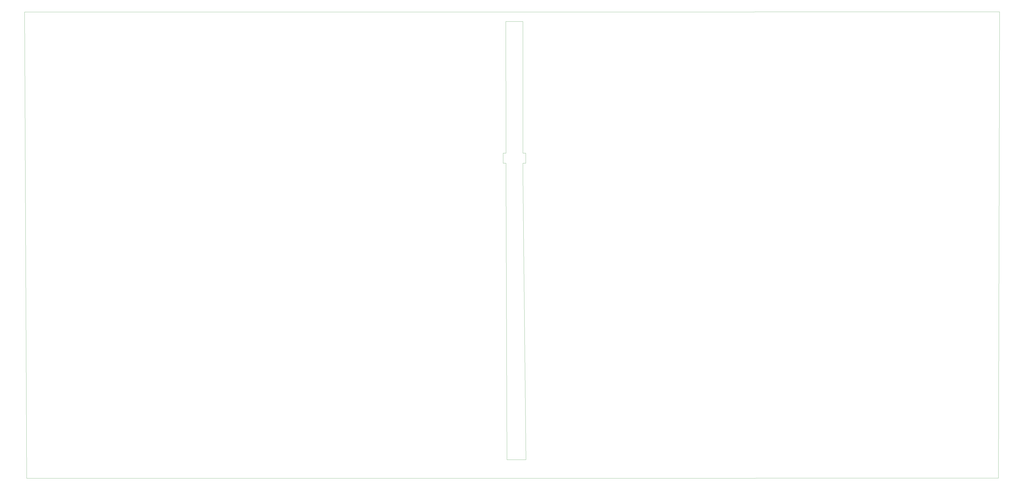
<source format=gbr>
%TF.GenerationSoftware,KiCad,Pcbnew,7.0.1-3b83917a11~172~ubuntu22.04.1*%
%TF.CreationDate,2023-03-20T17:17:28+01:00*%
%TF.ProjectId,Europe-ergo,4575726f-7065-42d6-9572-676f2e6b6963,rev?*%
%TF.SameCoordinates,Original*%
%TF.FileFunction,Profile,NP*%
%FSLAX46Y46*%
G04 Gerber Fmt 4.6, Leading zero omitted, Abs format (unit mm)*
G04 Created by KiCad (PCBNEW 7.0.1-3b83917a11~172~ubuntu22.04.1) date 2023-03-20 17:17:28*
%MOMM*%
%LPD*%
G01*
G04 APERTURE LIST*
%TA.AperFunction,Profile*%
%ADD10C,0.100000*%
%TD*%
%TA.AperFunction,Profile*%
%ADD11C,0.010000*%
%TD*%
G04 APERTURE END LIST*
D10*
X308570000Y-83880000D02*
X308500000Y-31250000D01*
X316075000Y-83400000D02*
X316050000Y-31250000D01*
X313450000Y-226850000D02*
X317450000Y-226850000D01*
X94000000Y-27000000D02*
X308500000Y-27000000D01*
X528000000Y-235000000D02*
X528550000Y-26900000D01*
X94900000Y-235100000D02*
X94000000Y-27000000D01*
X313450000Y-226850000D02*
X309000000Y-226850000D01*
X316050000Y-31250000D02*
X308500000Y-31250000D01*
X528550000Y-26900000D02*
X308500000Y-27000000D01*
X309900000Y-235100000D02*
X528000000Y-235000000D01*
X308570000Y-101080000D02*
X309000000Y-226850000D01*
X316075000Y-100600000D02*
X317450000Y-226850000D01*
X309900000Y-235100000D02*
X94900000Y-235100000D01*
D11*
%TO.C,J2*%
X316075000Y-90000000D02*
X316075000Y-83400000D01*
X316075000Y-94500000D02*
X317375000Y-94500000D01*
X316075000Y-100600000D02*
X316075000Y-94500000D01*
X317375000Y-90000000D02*
X316075000Y-90000000D01*
X317375000Y-94500000D02*
X317375000Y-90000000D01*
%TO.C,J1*%
X308570000Y-94480000D02*
X308570000Y-101080000D01*
X308570000Y-89980000D02*
X307270000Y-89980000D01*
X308570000Y-83880000D02*
X308570000Y-89980000D01*
X307270000Y-94480000D02*
X308570000Y-94480000D01*
X307270000Y-89980000D02*
X307270000Y-94480000D01*
%TD*%
M02*

</source>
